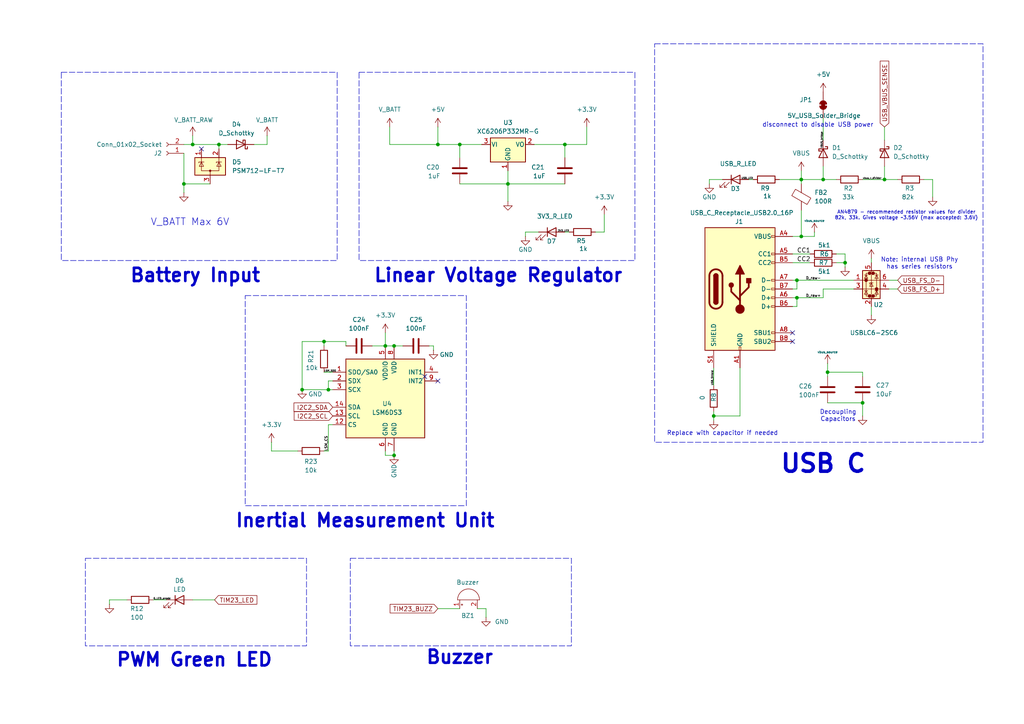
<source format=kicad_sch>
(kicad_sch (version 20231120) (generator "eeschema") (generator_version "8.0")
  (paper "A4")
  (lib_symbols
    (symbol "Connector:Conn_01x02_Socket" (pin_names (offset 1.016) hide)
      (property "Reference" "J" (at 0 2.54 0))
      (property "Value" "Conn_01x02_Socket" (at 0 -5.08 0))
      (symbol "Conn_01x02_Socket_1_1"
        (arc (start 0 -2.032) (mid -0.5058 -2.54) (end 0 -3.048) (stroke (width 0.1524)))
        (polyline (pts (xy -1.27 -2.54) (xy -0.508 -2.54)) (stroke (width 0.1524)))
        (polyline (pts (xy -1.27 0) (xy -0.508 0)) (stroke (width 0.1524)))
        (arc (start 0 0.508) (mid -0.5058 0) (end 0 -0.508) (stroke (width 0.1524)))
        (pin passive line (at -5.08 0 0) (length 3.81) (name "Pin_1") (number "1"))
        (pin passive line (at -5.08 -2.54 0) (length 3.81) (name "Pin_2") (number "2"))
      )
    )
    (symbol "Connector:USB_C_Receptacle_USB2.0_16P" (pin_names (offset 1.016))
      (property "Reference" "J" (at 0 22.225 0))
      (property "Value" "USB_C_Receptacle_USB2.0_16P" (at 0 19.685 0))
      (symbol "USB_C_Receptacle_USB2.0_16P_0_0"
        (rectangle (start -0.254 -17.78) (end 0.254 -16.764))
        (rectangle (start 10.16 -14.986) (end 9.144 -15.494))
        (rectangle (start 10.16 -12.446) (end 9.144 -12.954))
        (rectangle (start 10.16 -4.826) (end 9.144 -5.334))
        (rectangle (start 10.16 -2.286) (end 9.144 -2.794))
        (rectangle (start 10.16 0.254) (end 9.144 -0.254))
        (rectangle (start 10.16 2.794) (end 9.144 2.286))
        (rectangle (start 10.16 7.874) (end 9.144 7.366))
        (rectangle (start 10.16 10.414) (end 9.144 9.906))
        (rectangle (start 10.16 15.494) (end 9.144 14.986))
      )
      (symbol "USB_C_Receptacle_USB2.0_16P_0_1"
        (rectangle (start -10.16 17.78) (end 10.16 -17.78) (stroke (width 0.254)) (fill (type background)))
        (arc (start -8.89 -3.81) (mid -6.985 -5.7067) (end -5.08 -3.81) (stroke (width 0.508)))
        (arc (start -7.62 -3.81) (mid -6.985 -4.4423) (end -6.35 -3.81) (stroke (width 0.254)))
        (arc (start -7.62 -3.81) (mid -6.985 -4.4423) (end -6.35 -3.81) (stroke (width 0.254)) (fill (type outline)))
        (rectangle (start -7.62 -3.81) (end -6.35 3.81) (stroke (width 0.254)) (fill (type outline)))
        (arc (start -6.35 3.81) (mid -6.985 4.4423) (end -7.62 3.81) (stroke (width 0.254)))
        (arc (start -6.35 3.81) (mid -6.985 4.4423) (end -7.62 3.81) (stroke (width 0.254)) (fill (type outline)))
        (arc (start -5.08 3.81) (mid -6.985 5.7067) (end -8.89 3.81) (stroke (width 0.508)))
        (circle (center -2.54 1.143) (radius 0.635) (stroke (width 0.254)) (fill (type outline)))
        (circle (center 0 -5.842) (radius 1.27) (fill (type outline)))
        (polyline (pts (xy -8.89 -3.81) (xy -8.89 3.81)) (stroke (width 0.508)))
        (polyline (pts (xy -5.08 3.81) (xy -5.08 -3.81)) (stroke (width 0.508)))
        (polyline (pts (xy 0 -5.842) (xy 0 4.318)) (stroke (width 0.508)))
        (polyline (pts (xy 0 -3.302) (xy -2.54 -0.762) (xy -2.54 0.508)) (stroke (width 0.508)))
        (polyline (pts (xy 0 -2.032) (xy 2.54 0.508) (xy 2.54 1.778)) (stroke (width 0.508)))
        (polyline (pts (xy -1.27 4.318) (xy 0 6.858) (xy 1.27 4.318) (xy -1.27 4.318)) (stroke (width 0.254)) (fill (type outline)))
        (rectangle (start 1.905 1.778) (end 3.175 3.048) (stroke (width 0.254)) (fill (type outline)))
      )
      (symbol "USB_C_Receptacle_USB2.0_16P_1_1"
        (pin passive line (at 0 -22.86 90) (length 5.08) (name "GND") (number "A1"))
        (pin passive line (at 0 -22.86 90) (length 5.08) hide (name "GND") (number "A12"))
        (pin passive line (at 15.24 15.24 180) (length 5.08) (name "VBUS") (number "A4"))
        (pin bidirectional line (at 15.24 10.16 180) (length 5.08) (name "CC1") (number "A5"))
        (pin bidirectional line (at 15.24 -2.54 180) (length 5.08) (name "D+") (number "A6"))
        (pin bidirectional line (at 15.24 2.54 180) (length 5.08) (name "D-") (number "A7"))
        (pin bidirectional line (at 15.24 -12.7 180) (length 5.08) (name "SBU1") (number "A8"))
        (pin passive line (at 15.24 15.24 180) (length 5.08) hide (name "VBUS") (number "A9"))
        (pin passive line (at 0 -22.86 90) (length 5.08) hide (name "GND") (number "B1"))
        (pin passive line (at 0 -22.86 90) (length 5.08) hide (name "GND") (number "B12"))
        (pin passive line (at 15.24 15.24 180) (length 5.08) hide (name "VBUS") (number "B4"))
        (pin bidirectional line (at 15.24 7.62 180) (length 5.08) (name "CC2") (number "B5"))
        (pin bidirectional line (at 15.24 -5.08 180) (length 5.08) (name "D+") (number "B6"))
        (pin bidirectional line (at 15.24 0 180) (length 5.08) (name "D-") (number "B7"))
        (pin bidirectional line (at 15.24 -15.24 180) (length 5.08) (name "SBU2") (number "B8"))
        (pin passive line (at 15.24 15.24 180) (length 5.08) hide (name "VBUS") (number "B9"))
        (pin passive line (at -7.62 -22.86 90) (length 5.08) (name "SHIELD") (number "S1"))
      )
    )
    (symbol "Device:Buzzer" (pin_names (offset 0.0254) hide)
      (property "Reference" "BZ" (at 3.81 1.27 0))
      (property "Value" "Buzzer" (at 3.81 -1.27 0))
      (symbol "Buzzer_0_1"
        (arc (start 0 -3.175) (mid 3.1612 0) (end 0 3.175))
        (polyline (pts (xy -1.651 1.905) (xy -1.143 1.905)))
        (polyline (pts (xy -1.397 2.159) (xy -1.397 1.651)))
        (polyline (pts (xy 0 3.175) (xy 0 -3.175)))
      )
      (symbol "Buzzer_1_1"
        (pin passive line (at -2.54 2.54 0) (length 2.54) (name "-") (number "1"))
        (pin passive line (at -2.54 -2.54 0) (length 2.54) (name "+") (number "2"))
      )
    )
    (symbol "Device:C" (pin_numbers hide) (pin_names (offset 0.254))
      (property "Reference" "C" (at 0.635 2.54 0))
      (property "Value" "C" (at 0.635 -2.54 0))
      (symbol "C_0_1"
        (polyline (pts (xy -2.032 -0.762) (xy 2.032 -0.762)) (stroke (width 0.508)))
        (polyline (pts (xy -2.032 0.762) (xy 2.032 0.762)) (stroke (width 0.508)))
      )
      (symbol "C_1_1"
        (pin passive line (at 0 3.81 270) (length 2.794) (name "~") (number "1"))
        (pin passive line (at 0 -3.81 90) (length 2.794) (name "~") (number "2"))
      )
    )
    (symbol "Device:D_Schottky" (pin_numbers hide) (pin_names (offset 1.016) hide)
      (property "Reference" "D" (at 0 2.54 0))
      (property "Value" "D_Schottky" (at 0 -2.54 0))
      (symbol "D_Schottky_0_1"
        (polyline (pts (xy 1.27 0) (xy -1.27 0)))
        (polyline (pts (xy 1.27 1.27) (xy 1.27 -1.27) (xy -1.27 0) (xy 1.27 1.27)) (stroke (width 0.254)))
        (polyline (pts (xy -1.905 0.635) (xy -1.905 1.27) (xy -1.27 1.27) (xy -1.27 -1.27) (xy -0.635 -1.27) (xy -0.635 -0.635)) (stroke (width 0.254)))
      )
      (symbol "D_Schottky_1_1"
        (pin passive line (at -3.81 0 0) (length 2.54) (name "K") (number "1"))
        (pin passive line (at 3.81 0 180) (length 2.54) (name "A") (number "2"))
      )
    )
    (symbol "Device:FerriteBead" (pin_numbers hide) (pin_names (offset 0))
      (property "Reference" "FB" (at -3.81 0.635 90))
      (property "Value" "FerriteBead" (at 3.81 0 90))
      (symbol "FerriteBead_0_1"
        (polyline (pts (xy 0 -1.27) (xy 0 -1.2192)))
        (polyline (pts (xy 0 1.27) (xy 0 1.2954)))
        (polyline (pts (xy -2.7686 0.4064) (xy -1.7018 2.2606) (xy 2.7686 -0.3048) (xy 1.6764 -2.159) (xy -2.7686 0.4064)))
      )
      (symbol "FerriteBead_1_1"
        (pin passive line (at 0 3.81 270) (length 2.54) (name "~") (number "1"))
        (pin passive line (at 0 -3.81 90) (length 2.54) (name "~") (number "2"))
      )
    )
    (symbol "Device:LED" (pin_numbers hide) (pin_names (offset 1.016) hide)
      (property "Reference" "D" (at 0 2.54 0))
      (property "Value" "LED" (at 0 -2.54 0))
      (symbol "LED_0_1"
        (polyline (pts (xy -1.27 -1.27) (xy -1.27 1.27)) (stroke (width 0.254)))
        (polyline (pts (xy -1.27 0) (xy 1.27 0)))
        (polyline (pts (xy 1.27 -1.27) (xy 1.27 1.27) (xy -1.27 0) (xy 1.27 -1.27)) (stroke (width 0.254)))
        (polyline (pts (xy -3.048 -0.762) (xy -4.572 -2.286) (xy -3.81 -2.286) (xy -4.572 -2.286) (xy -4.572 -1.524)))
        (polyline (pts (xy -1.778 -0.762) (xy -3.302 -2.286) (xy -2.54 -2.286) (xy -3.302 -2.286) (xy -3.302 -1.524)))
      )
      (symbol "LED_1_1"
        (pin passive line (at -3.81 0 0) (length 2.54) (name "K") (number "1"))
        (pin passive line (at 3.81 0 180) (length 2.54) (name "A") (number "2"))
      )
    )
    (symbol "Device:R" (pin_numbers hide) (pin_names (offset 0))
      (property "Reference" "R" (at 2.032 0 90))
      (property "Value" "R" (at 0 0 90))
      (symbol "R_0_1"
        (rectangle (start -1.016 -2.54) (end 1.016 2.54) (stroke (width 0.254)))
      )
      (symbol "R_1_1"
        (pin passive line (at 0 3.81 270) (length 1.27) (name "~") (number "1"))
        (pin passive line (at 0 -3.81 90) (length 1.27) (name "~") (number "2"))
      )
    )
    (symbol "Jumper:SolderJumper_2_Bridged" (pin_numbers hide) (pin_names (offset 0) hide) (exclude_from_sim yes) (in_bom no)
      (property "Reference" "JP" (at 0 2.032 0))
      (property "Value" "SolderJumper_2_Bridged" (at 0 -2.54 0))
      (symbol "SolderJumper_2_Bridged_0_1"
        (rectangle (start -0.508 0.508) (end 0.508 -0.508) (fill (type outline)))
        (arc (start -0.254 1.016) (mid -1.2656 0) (end -0.254 -1.016))
        (arc (start -0.254 1.016) (mid -1.2656 0) (end -0.254 -1.016) (fill (type outline)))
        (polyline (pts (xy -0.254 1.016) (xy -0.254 -1.016)))
        (polyline (pts (xy 0.254 1.016) (xy 0.254 -1.016)))
        (arc (start 0.254 -1.016) (mid 1.2656 0) (end 0.254 1.016))
        (arc (start 0.254 -1.016) (mid 1.2656 0) (end 0.254 1.016) (fill (type outline)))
      )
      (symbol "SolderJumper_2_Bridged_1_1"
        (pin passive line (at -3.81 0 0) (length 2.54) (name "A") (number "1"))
        (pin passive line (at 3.81 0 180) (length 2.54) (name "B") (number "2"))
      )
    )
    (symbol "Power_Protection:ESDA5V3L" (pin_names hide)
      (property "Reference" "D" (at 5.715 2.54 0))
      (property "Value" "ESDA5V3L" (at 5.715 0.635 0))
      (symbol "ESDA5V3L_0_0"
        (pin passive line (at 0 -5.08 90) (length 2.54) (name "A") (number "3"))
      )
      (symbol "ESDA5V3L_0_1"
        (rectangle (start -4.445 2.54) (end 4.445 -2.54) (stroke (width 0.254)) (fill (type background)))
        (circle (center 0 -1.27) (radius 0.254) (fill (type outline)))
        (polyline (pts (xy -2.54 2.54) (xy -2.54 1.27)))
        (polyline (pts (xy 0 -1.27) (xy 0 -2.54)))
        (polyline (pts (xy 2.54 2.54) (xy 2.54 1.27)))
        (polyline (pts (xy -3.302 1.016) (xy -3.302 1.27) (xy -1.905 1.27) (xy -1.778 1.27)))
        (polyline (pts (xy -2.54 1.27) (xy -2.54 -1.27) (xy 2.54 -1.27) (xy 2.54 1.27)))
        (polyline (pts (xy -2.54 1.27) (xy -1.905 0) (xy -3.175 0) (xy -2.54 1.27)))
        (polyline (pts (xy 1.778 1.016) (xy 1.778 1.27) (xy 3.175 1.27) (xy 3.302 1.27)))
        (polyline (pts (xy 2.54 1.27) (xy 1.905 0) (xy 3.175 0) (xy 2.54 1.27)))
      )
      (symbol "ESDA5V3L_1_1"
        (pin passive line (at -2.54 5.08 270) (length 2.54) (name "K") (number "1"))
        (pin passive line (at 2.54 5.08 270) (length 2.54) (name "K") (number "2"))
      )
    )
    (symbol "Power_Protection:USBLC6-2SC6" (pin_names hide)
      (property "Reference" "U" (at 0.635 5.715 0))
      (property "Value" "USBLC6-2SC6" (at 0.635 3.81 0))
      (symbol "USBLC6-2SC6_0_0"
        (circle (center -1.524 0) (radius 0.0001) (stroke (width 0.508)))
        (circle (center -0.508 -4.572) (radius 0.0001) (stroke (width 0.508)))
        (circle (center -0.508 2.032) (radius 0.0001) (stroke (width 0.508)))
        (circle (center 0.508 -4.572) (radius 0.0001) (stroke (width 0.508)))
        (circle (center 0.508 2.032) (radius 0.0001) (stroke (width 0.508)))
        (circle (center 1.524 -2.54) (radius 0.0001) (stroke (width 0.508)))
      )
      (symbol "USBLC6-2SC6_0_1"
        (polyline (pts (xy -2.54 -2.54) (xy 2.54 -2.54)))
        (polyline (pts (xy -2.54 0) (xy 2.54 0)))
        (polyline (pts (xy -2.032 -3.048) (xy -1.016 -3.048)))
        (polyline (pts (xy -1.016 1.524) (xy -2.032 1.524)))
        (polyline (pts (xy 1.016 -3.048) (xy 2.032 -3.048)))
        (polyline (pts (xy 1.016 1.524) (xy 2.032 1.524)))
        (polyline (pts (xy -0.508 -1.143) (xy -0.508 -0.762) (xy 0.508 -0.762)))
        (polyline (pts (xy -2.032 0.508) (xy -1.016 0.508) (xy -1.524 1.524) (xy -2.032 0.508)))
        (polyline (pts (xy -1.016 -4.064) (xy -2.032 -4.064) (xy -1.524 -3.048) (xy -1.016 -4.064)))
        (polyline (pts (xy 0.508 -1.778) (xy -0.508 -1.778) (xy 0 -0.762) (xy 0.508 -1.778)))
        (polyline (pts (xy 2.032 -4.064) (xy 1.016 -4.064) (xy 1.524 -3.048) (xy 2.032 -4.064)))
        (polyline (pts (xy 2.032 0.508) (xy 1.016 0.508) (xy 1.524 1.524) (xy 2.032 0.508)))
        (polyline (pts (xy 0 2.54) (xy -0.508 2.032) (xy 0.508 2.032) (xy 0 1.524) (xy 0 -4.064) (xy -0.508 -4.572) (xy 0.508 -4.572) (xy 0 -5.08)))
      )
      (symbol "USBLC6-2SC6_1_1"
        (rectangle (start -2.54 2.794) (end 2.54 -5.334) (stroke (width 0.254)) (fill (type background)))
        (polyline (pts (xy -0.508 2.032) (xy -1.524 2.032) (xy -1.524 -4.572) (xy -0.508 -4.572)))
        (polyline (pts (xy 0.508 -4.572) (xy 1.524 -4.572) (xy 1.524 2.032) (xy 0.508 2.032)))
        (pin passive line (at -5.08 0 0) (length 2.54) (name "I/O1") (number "1"))
        (pin passive line (at 0 -7.62 90) (length 2.54) (name "GND") (number "2"))
        (pin passive line (at -5.08 -2.54 0) (length 2.54) (name "I/O2") (number "3"))
        (pin passive line (at 5.08 -2.54 180) (length 2.54) (name "I/O2") (number "4"))
        (pin passive line (at 0 5.08 270) (length 2.54) (name "VBUS") (number "5"))
        (pin passive line (at 5.08 0 180) (length 2.54) (name "I/O1") (number "6"))
      )
    )
    (symbol "Regulator_Linear:XC6206PxxxMR" (pin_names (offset 0.254))
      (property "Reference" "U" (at -3.81 3.175 0))
      (property "Value" "XC6206PxxxMR" (at 0 3.175 0))
      (symbol "XC6206PxxxMR_0_1"
        (rectangle (start -5.08 1.905) (end 5.08 -5.08) (stroke (width 0.254)) (fill (type background)))
      )
      (symbol "XC6206PxxxMR_1_1"
        (pin power_in line (at 0 -7.62 90) (length 2.54) (name "GND") (number "1"))
        (pin power_out line (at 7.62 0 180) (length 2.54) (name "VO") (number "2"))
        (pin power_in line (at -7.62 0 0) (length 2.54) (name "VI") (number "3"))
      )
    )
    (symbol "Sensor_Motion:LSM6DS3"
      (property "Reference" "U" (at -11.43 15.24 0))
      (property "Value" "LSM6DS3" (at -11.43 12.7 0))
      (symbol "LSM6DS3_0_1"
        (rectangle (start 11.43 11.43) (end -11.43 -11.43) (stroke (width 0.254)) (fill (type background)))
      )
      (symbol "LSM6DS3_1_1"
        (pin bidirectional line (at -15.24 7.62 0) (length 3.81) (name "SDO/SA0") (number "1"))
        (pin no_connect line (at 10.16 -5.08 180) (length 3.81) hide (name "NC") (number "10"))
        (pin no_connect line (at 10.16 -2.54 180) (length 3.81) hide (name "NC") (number "11"))
        (pin input line (at -15.24 -7.62 0) (length 3.81) (name "CS") (number "12"))
        (pin input line (at -15.24 -5.08 0) (length 3.81) (name "SCL") (number "13"))
        (pin bidirectional line (at -15.24 -2.54 0) (length 3.81) (name "SDA") (number "14"))
        (pin bidirectional line (at -15.24 5.08 0) (length 3.81) (name "SDX") (number "2"))
        (pin input line (at -15.24 2.54 0) (length 3.81) (name "SCX") (number "3"))
        (pin output line (at 15.24 7.62 180) (length 3.81) (name "INT1") (number "4"))
        (pin power_in line (at 0 15.24 270) (length 3.81) (name "VDDIO") (number "5"))
        (pin power_in line (at 0 -15.24 90) (length 3.81) (name "GND") (number "6"))
        (pin power_in line (at 2.54 -15.24 90) (length 3.81) (name "GND") (number "7"))
        (pin power_in line (at 2.54 15.24 270) (length 3.81) (name "VDD") (number "8"))
        (pin output line (at 15.24 5.08 180) (length 3.81) (name "INT2") (number "9"))
      )
    )
    (symbol "power:+3.3V" (power) (pin_numbers hide) (pin_names (offset 0) hide)
      (property "Value" "+3.3V" (at 0 3.556 0))
      (symbol "+3.3V_0_1"
        (polyline (pts (xy -0.762 1.27) (xy 0 2.54)))
        (polyline (pts (xy 0 0) (xy 0 2.54)))
        (polyline (pts (xy 0 2.54) (xy 0.762 1.27)))
      )
      (symbol "+3.3V_1_1"
        (pin power_in line (at 0 0 90) (length 0) (name "~") (number "1"))
      )
    )
    (symbol "power:+5V" (power) (pin_numbers hide) (pin_names (offset 0) hide)
      (property "Value" "+5V" (at 0 3.556 0))
      (symbol "+5V_0_1"
        (polyline (pts (xy -0.762 1.27) (xy 0 2.54)))
        (polyline (pts (xy 0 0) (xy 0 2.54)))
        (polyline (pts (xy 0 2.54) (xy 0.762 1.27)))
      )
      (symbol "+5V_1_1"
        (pin power_in line (at 0 0 90) (length 0) (name "~") (number "1"))
      )
    )
    (symbol "power:GND" (power) (pin_numbers hide) (pin_names (offset 0) hide)
      (property "Value" "GND" (at 0 -3.81 0))
      (symbol "GND_0_1"
        (polyline (pts (xy 0 0) (xy 0 -1.27) (xy 1.27 -1.27) (xy 0 -2.54) (xy -1.27 -1.27) (xy 0 -1.27)))
      )
      (symbol "GND_1_1"
        (pin power_in line (at 0 0 270) (length 0) (name "~") (number "1"))
      )
    )
  )
  (junction (at 63.5 41.91))
  (junction (at 55.88 41.91))
  (junction (at 114.3 132.08))
  (junction (at 245.11 76.2))
  (junction (at 207.01 120.65))
  (junction (at 133.35 41.91))
  (junction (at 87.63 113.03))
  (junction (at 231.14 86.36))
  (junction (at 53.34 53.34))
  (junction (at 232.41 68.58))
  (junction (at 95.25 113.03))
  (junction (at 111.76 100.33))
  (junction (at 250.19 116.84))
  (junction (at 238.76 52.07))
  (junction (at 114.3 100.33))
  (junction (at 127 41.91))
  (junction (at 93.98 99.06))
  (junction (at 231.14 81.28))
  (junction (at 256.54 52.07))
  (junction (at 163.83 41.91))
  (junction (at 147.32 53.34))
  (junction (at 232.41 52.07))
  (junction (at 240.03 107.95))
  (no_connect (at 123.19 109.22))
  (no_connect (at 229.87 96.52))
  (no_connect (at 127 110.49))
  (no_connect (at 229.87 99.06))
  (no_connect (at 58.42 43.18))
  (wire (pts (xy 236.22 67.31) (xy 236.22 68.58)))
  (wire (pts (xy 111.76 130.81) (xy 111.76 132.08)))
  (wire (pts (xy 63.5 41.91) (xy 63.5 43.18)))
  (wire (pts (xy 133.35 41.91) (xy 127 41.91)))
  (wire (pts (xy 55.88 41.91) (xy 63.5 41.91)))
  (wire (pts (xy 87.63 113.03) (xy 95.25 113.03)))
  (wire (pts (xy 172.72 67.31) (xy 175.26 67.31)))
  (wire (pts (xy 232.41 49.53) (xy 232.41 52.07)))
  (wire (pts (xy 270.51 52.07) (xy 270.51 57.15)))
  (wire (pts (xy 95.25 113.03) (xy 96.52 113.03)))
  (wire (pts (xy 242.57 73.66) (xy 245.11 73.66)))
  (wire (pts (xy 240.03 107.95) (xy 240.03 109.22)))
  (wire (pts (xy 231.14 86.36) (xy 229.87 86.36)))
  (wire (pts (xy 53.34 41.91) (xy 55.88 41.91)))
  (wire (pts (xy 256.54 52.07) (xy 260.35 52.07)))
  (wire (pts (xy 260.35 81.28) (xy 257.81 81.28)))
  (wire (pts (xy 53.34 53.34) (xy 60.96 53.34)))
  (wire (pts (xy 238.76 48.26) (xy 238.76 52.07)))
  (wire (pts (xy 175.26 62.23) (xy 175.26 67.31)))
  (wire (pts (xy 231.14 81.28) (xy 229.87 81.28)))
  (wire (pts (xy 63.5 41.91) (xy 66.04 41.91)))
  (wire (pts (xy 229.87 83.82) (xy 231.14 83.82)))
  (wire (pts (xy 207.01 106.68) (xy 207.01 111.76)))
  (wire (pts (xy 95.25 110.49) (xy 95.25 113.03)))
  (wire (pts (xy 93.98 99.06) (xy 93.98 100.33)))
  (wire (pts (xy 55.88 39.37) (xy 55.88 41.91)))
  (wire (pts (xy 231.14 81.28) (xy 247.65 81.28)))
  (wire (pts (xy 133.35 53.34) (xy 147.32 53.34)))
  (wire (pts (xy 232.41 52.07) (xy 238.76 52.07)))
  (wire (pts (xy 44.45 173.99) (xy 48.26 173.99)))
  (wire (pts (xy 87.63 113.03) (xy 87.63 99.06)))
  (wire (pts (xy 133.35 41.91) (xy 133.35 45.72)))
  (wire (pts (xy 152.4 67.31) (xy 152.4 68.58)))
  (wire (pts (xy 245.11 73.66) (xy 245.11 76.2)))
  (wire (pts (xy 93.98 107.95) (xy 96.52 107.95)))
  (wire (pts (xy 78.74 130.81) (xy 78.74 128.27)))
  (wire (pts (xy 73.66 41.91) (xy 77.47 41.91)))
  (wire (pts (xy 125.73 100.33) (xy 125.73 101.6)))
  (wire (pts (xy 77.47 41.91) (xy 77.47 39.37)))
  (wire (pts (xy 163.83 67.31) (xy 165.1 67.31)))
  (wire (pts (xy 31.75 173.99) (xy 36.83 173.99)))
  (wire (pts (xy 232.41 52.07) (xy 232.41 53.34)))
  (wire (pts (xy 116.84 100.33) (xy 114.3 100.33)))
  (wire (pts (xy 207.01 119.38) (xy 207.01 120.65)))
  (wire (pts (xy 140.97 179.07) (xy 140.97 176.53)))
  (wire (pts (xy 217.17 52.07) (xy 218.44 52.07)))
  (wire (pts (xy 95.25 123.19) (xy 96.52 123.19)))
  (wire (pts (xy 238.76 86.36) (xy 238.76 83.82)))
  (wire (pts (xy 100.33 99.06) (xy 100.33 100.33)))
  (wire (pts (xy 87.63 99.06) (xy 93.98 99.06)))
  (wire (pts (xy 260.35 83.82) (xy 257.81 83.82)))
  (wire (pts (xy 245.11 76.2) (xy 242.57 76.2)))
  (wire (pts (xy 232.41 60.96) (xy 232.41 68.58)))
  (wire (pts (xy 238.76 52.07) (xy 242.57 52.07)))
  (wire (pts (xy 252.73 74.93) (xy 252.73 76.2)))
  (wire (pts (xy 270.51 52.07) (xy 267.97 52.07)))
  (wire (pts (xy 214.63 106.68) (xy 214.63 120.65)))
  (wire (pts (xy 31.75 173.99) (xy 31.75 175.26)))
  (wire (pts (xy 53.34 53.34) (xy 53.34 55.88)))
  (wire (pts (xy 163.83 41.91) (xy 170.18 41.91)))
  (wire (pts (xy 113.03 41.91) (xy 127 41.91)))
  (wire (pts (xy 240.03 105.41) (xy 240.03 107.95)))
  (wire (pts (xy 139.7 41.91) (xy 133.35 41.91)))
  (wire (pts (xy 107.95 100.33) (xy 111.76 100.33)))
  (wire (pts (xy 252.73 88.9) (xy 252.73 91.44)))
  (wire (pts (xy 238.76 34.29) (xy 238.76 40.64)))
  (wire (pts (xy 147.32 49.53) (xy 147.32 53.34)))
  (wire (pts (xy 114.3 130.81) (xy 114.3 132.08)))
  (wire (pts (xy 140.97 176.53) (xy 138.43 176.53)))
  (wire (pts (xy 250.19 116.84) (xy 250.19 120.65)))
  (wire (pts (xy 209.55 52.07) (xy 205.74 52.07)))
  (wire (pts (xy 256.54 36.83) (xy 256.54 40.64)))
  (wire (pts (xy 95.25 110.49) (xy 96.52 110.49)))
  (wire (pts (xy 229.87 73.66) (xy 234.95 73.66)))
  (wire (pts (xy 125.73 100.33) (xy 124.46 100.33)))
  (wire (pts (xy 95.25 130.81) (xy 95.25 123.19)))
  (wire (pts (xy 147.32 53.34) (xy 147.32 58.42)))
  (wire (pts (xy 240.03 107.95) (xy 250.19 107.95)))
  (wire (pts (xy 111.76 100.33) (xy 114.3 100.33)))
  (wire (pts (xy 163.83 41.91) (xy 163.83 45.72)))
  (wire (pts (xy 229.87 88.9) (xy 231.14 88.9)))
  (wire (pts (xy 147.32 53.34) (xy 163.83 53.34)))
  (wire (pts (xy 250.19 107.95) (xy 250.19 109.22)))
  (wire (pts (xy 205.74 52.07) (xy 205.74 53.34)))
  (wire (pts (xy 207.01 120.65) (xy 214.63 120.65)))
  (wire (pts (xy 154.94 41.91) (xy 163.83 41.91)))
  (wire (pts (xy 93.98 99.06) (xy 100.33 99.06)))
  (wire (pts (xy 156.21 67.31) (xy 152.4 67.31)))
  (wire (pts (xy 231.14 86.36) (xy 238.76 86.36)))
  (wire (pts (xy 226.06 52.07) (xy 232.41 52.07)))
  (wire (pts (xy 62.23 173.99) (xy 55.88 173.99)))
  (wire (pts (xy 256.54 48.26) (xy 256.54 52.07)))
  (wire (pts (xy 111.76 132.08) (xy 114.3 132.08)))
  (wire (pts (xy 93.98 130.81) (xy 95.25 130.81)))
  (wire (pts (xy 86.36 130.81) (xy 78.74 130.81)))
  (wire (pts (xy 229.87 68.58) (xy 232.41 68.58)))
  (wire (pts (xy 53.34 44.45) (xy 53.34 53.34)))
  (wire (pts (xy 127 176.53) (xy 133.35 176.53)))
  (wire (pts (xy 229.87 76.2) (xy 234.95 76.2)))
  (wire (pts (xy 127 36.83) (xy 127 41.91)))
  (wire (pts (xy 238.76 83.82) (xy 247.65 83.82)))
  (wire (pts (xy 207.01 120.65) (xy 207.01 121.92)))
  (wire (pts (xy 250.19 52.07) (xy 256.54 52.07)))
  (wire (pts (xy 111.76 96.52) (xy 111.76 100.33)))
  (wire (pts (xy 231.14 83.82) (xy 231.14 81.28)))
  (wire (pts (xy 232.41 68.58) (xy 236.22 68.58)))
  (wire (pts (xy 170.18 36.83) (xy 170.18 41.91)))
  (wire (pts (xy 245.11 77.47) (xy 245.11 76.2)))
  (wire (pts (xy 240.03 116.84) (xy 250.19 116.84)))
  (wire (pts (xy 231.14 88.9) (xy 231.14 86.36)))
  (wire (pts (xy 113.03 36.83) (xy 113.03 41.91)))
  (rectangle (start 17.78 20.955) (end 97.79 75.565) (stroke (width 0) (type dash)))
  (rectangle (start 101.6 161.925) (end 165.735 187.325) (stroke (width 0) (type dash)))
  (rectangle (start 24.765 161.925) (end 88.9 187.325) (stroke (width 0) (type dash)))
  (rectangle (start 104.14 20.955) (end 184.15 75.565) (stroke (width 0) (type dash)))
  (rectangle (start 71.12 85.725) (end 135.255 146.685) (stroke (width 0) (type dash)))
  (rectangle (start 189.865 12.7) (end 285.115 128.27) (stroke (width 0) (type dash)))
  (text "PWM Green LED" (at 56.388 191.516 0) (effects (font (size 3.81 3.81) (thickness 0.762) (bold yes))))
  (text "Battery Input" (at 56.642 80.01 0) (effects (font (size 3.81 3.81) (thickness 0.762) (bold yes))))
  (text "V_BATT Max 6V" (at 55.118 64.516 0) (effects (font (size 2.032 2.032))))
  (text "Linear Voltage Regulator" (at 144.526 80.01 0) (effects (font (size 3.81 3.81) (thickness 0.762) (bold yes))))
  (text "Replace with capacitor if needed" (at 209.55 125.73 0) (effects (font (size 1.27 1.27))))
  (text "AN4879 - recommended resistor values for divider\n82k, 33k. Gives voltage ~3.56V (max accepted: 3.6V)" (at 262.89 62.484 0) (effects (font (size 1.016 1.016))))
  (text "Decoupling\nCapacitors" (at 243.078 120.65 0) (effects (font (size 1.27 1.27))))
  (text "Buzzer" (at 133.35 190.754 0) (effects (font (size 3.81 3.81) (thickness 0.762) (bold yes))))
  (text "disconnect to disable USB power" (at 237.236 36.322 0) (effects (font (size 1.27 1.27))))
  (text "Inertial Measurement Unit" (at 105.918 151.13 0) (effects (font (size 3.81 3.81) (thickness 0.762) (bold yes))))
  (text "Note: internal USB Phy\nhas series resistors" (at 266.7 76.454 0) (effects (font (size 1.27 1.27))))
  (text "USB C" (at 238.76 134.62 0) (effects (font (size 5.08 5.08) (thickness 1.016) (bold yes))))
  (label "G_LED_anode" (at 44.45 173.99 0) (effects (font (size 0.508 0.508))))
  (label "USB_Shield" (at 207.01 111.76 90) (effects (font (size 0.508 0.508))))
  (label "3V3_LED" (at 165.1 67.31 180) (effects (font (size 0.508 0.508))))
  (label "CC2" (at 231.14 76.2 0))
  (label "VBUS_bridge" (at 238.76 38.1 270) (effects (font (size 0.508 0.508))))
  (label "USB_LED" (at 218.44 52.07 180) (effects (font (size 0.508 0.508))))
  (label "vbus_r_divider" (at 250.19 52.07 0) (effects (font (size 0.508 0.508))))
  (label "LSM_CS" (at 95.25 130.81 90) (effects (font (size 0.762 0.762))))
  (label "CC1" (at 231.14 73.66 0))
  (label "D_raw-" (at 233.68 81.28 0) (effects (font (size 0.762 0.762))))
  (label "D_raw+" (at 233.68 86.36 0) (effects (font (size 0.762 0.762))))
  (label "LSM_SDO" (at 93.98 107.95 0) (effects (font (size 0.508 0.508))))
  (global_label "I2C2_SCL" (shape input) (at 96.52 120.65 180) (property "Intersheetrefs" "${INTERSHEET_REFS}" (effects (hide yes))))
  (global_label "USB_VBUS_SENSE" (shape input) (at 256.54 36.83 90) (property "Intersheetrefs" "${INTERSHEET_REFS}" (effects (hide yes))))
  (global_label "USB_FS_D+" (shape input) (at 260.35 83.82 0) (property "Intersheetrefs" "${INTERSHEET_REFS}" (effects (hide yes))))
  (global_label "I2C2_SDA" (shape input) (at 96.52 118.11 180) (property "Intersheetrefs" "${INTERSHEET_REFS}" (effects (hide yes))))
  (global_label "USB_FS_D-" (shape input) (at 260.35 81.28 0) (property "Intersheetrefs" "${INTERSHEET_REFS}" (effects (hide yes))))
  (global_label "TIM23_BUZZ" (shape input) (at 127 176.53 180) (property "Intersheetrefs" "${INTERSHEET_REFS}" (effects (hide yes))))
  (global_label "TIM23_LED" (shape input) (at 62.23 173.99 0) (property "Intersheetrefs" "${INTERSHEET_REFS}" (effects (hide yes))))
  (symbol (lib_id "Device:R") (at 207.01 115.57 0) (unit 1)
    (property "Reference" "R8" (at 207.01 116.586 90) (effects (justify left)))
    (property "Value" "0" (at 203.708 116.078 90) (effects (justify left)))
    (property "Footprint" "Resistor_SMD:R_0603_1608Metric" (effects (hide yes)))
    (property "Description" "Resistor" (effects (hide yes)))
    (property "LCSC PN" "C21189" (effects (hide yes)))
  )
  (symbol (lib_id "power:GND") (at 205.74 53.34 0) (unit 1)
    (property "Reference" "#PWR31" (effects (hide yes)))
    (property "Value" "GND" (at 205.74 57.15 0))
  )
  (symbol (lib_id "Device:R") (at 264.16 52.07 90) (unit 1)
    (property "Reference" "R3" (at 265.176 54.61 90) (effects (justify left)))
    (property "Value" "82k" (at 265.176 57.15 90) (effects (justify left)))
    (property "Footprint" "Resistor_SMD:R_0603_1608Metric" (effects (hide yes)))
    (property "Description" "Resistor" (effects (hide yes)))
    (property "LCSC PN" "C23254" (effects (hide yes)))
  )
  (symbol (lib_id "Device:R") (at 90.17 130.81 90) (unit 1)
    (property "Reference" "R23" (at 90.17 133.858 90))
    (property "Value" "10k" (at 90.17 136.398 90))
    (property "Footprint" "Resistor_SMD:R_0402_1005Metric" (effects (hide yes)))
    (property "Description" "Resistor" (effects (hide yes)))
    (property "LCSC PN" "C25744" (effects (hide yes)))
  )
  (symbol (lib_id "power:GND") (at 147.32 58.42 0) (unit 1)
    (property "Reference" "#PWR36" (effects (hide yes)))
    (property "Value" "GND" (effects (hide yes)))
    (property "Description" "Power symbol creates a global label with name \"GND\" , ground" (effects (hide yes)))
  )
  (symbol (lib_id "Device:C") (at 133.35 49.53 180) (unit 1)
    (property "Reference" "C20" (at 127.508 48.514 0) (effects (justify left)))
    (property "Value" "1uF" (at 127.762 51.054 0) (effects (justify left)))
    (property "Footprint" "Capacitor_SMD:C_0402_1005Metric" (effects (hide yes)))
    (property "Description" "Unpolarized capacitor" (effects (hide yes)))
    (property "LCSC PN" "C52923" (effects (hide yes)))
  )
  (symbol (lib_id "Device:FerriteBead") (at 232.41 57.15 0) (unit 1)
    (property "Reference" "FB2" (at 236.22 55.8291 0) (effects (justify left)))
    (property "Value" "100R" (at 236.22 58.3691 0) (effects (justify left)))
    (property "Footprint" "Resistor_SMD:R_0805_2012Metric" (effects (hide yes)))
    (property "Description" "Ferrite bead" (effects (hide yes)))
    (property "LCSC PN" "C1015" (effects (hide yes)))
  )
  (symbol (lib_id "Device:R") (at 40.64 173.99 90) (unit 1)
    (property "Reference" "R12" (at 41.656 176.53 90) (effects (justify left)))
    (property "Value" "100" (at 41.656 179.07 90) (effects (justify left)))
    (property "Footprint" "Resistor_SMD:R_0402_1005Metric" (effects (hide yes)))
    (property "Description" "Resistor" (effects (hide yes)))
    (property "LCSC PN" "C25076" (effects (hide yes)))
  )
  (symbol (lib_id "Device:D_Schottky") (at 256.54 44.45 270) (unit 1)
    (property "Reference" "D2" (at 259.08 42.8624 90) (effects (justify left)))
    (property "Value" "D_Schottky" (at 259.08 45.4024 90) (effects (justify left)))
    (property "Footprint" "Diode_SMD:D_SOD-323" (effects (hide yes)))
    (property "Description" "Schottky diode" (effects (hide yes)))
    (property "LCSC PN" "C191023" (effects (hide yes)))
  )
  (symbol (lib_id "Device:R") (at 168.91 67.31 90) (unit 1)
    (property "Reference" "R5" (at 169.926 69.85 90) (effects (justify left)))
    (property "Value" "1k" (at 170.434 72.136 90) (effects (justify left)))
    (property "Footprint" "Resistor_SMD:R_0603_1608Metric" (effects (hide yes)))
    (property "Description" "Resistor" (effects (hide yes)))
    (property "LCSC PN" "C21190" (effects (hide yes)))
  )
  (symbol (lib_id "power:+3.3V") (at 78.74 128.27 0) (unit 1)
    (property "Reference" "#PWR63" (effects (hide yes)))
    (property "Value" "+3.3V" (at 78.74 123.19 0))
    (property "Description" "Power symbol creates a global label with name \"+3.3V\"" (effects (hide yes)))
  )
  (symbol (lib_id "power:GND") (at 250.19 120.65 0) (unit 1)
    (property "Reference" "#PWR33" (effects (hide yes)))
    (property "Value" "GND" (effects (hide yes)))
    (property "Description" "Power symbol creates a global label with name \"GND\" , ground" (effects (hide yes)))
  )
  (symbol (lib_id "Power_Protection:ESDA5V3L") (at 60.96 48.26 0) (unit 1)
    (property "Reference" "D5" (at 67.31 46.9899 0) (effects (justify left)))
    (property "Value" "PSM712-LF-T7" (at 67.31 49.5299 0) (effects (justify left)))
    (property "Footprint" "Package_TO_SOT_SMD:SOT-23-3" (effects (hide yes)))
    (property "Description" "19V 13.3V 12V SOT-23 ESD and Surge Protection (TVS/ESD) ROHS" (effects (hide yes)))
    (property "LCSC PN" "C32677" (effects (hide yes)))
  )
  (symbol (lib_id "Device:R") (at 238.76 73.66 270) (unit 1)
    (property "Reference" "R6" (at 237.744 73.66 90) (effects (justify left)))
    (property "Value" "5k1" (at 237.236 78.74 90) (effects (justify left)))
    (property "Footprint" "Resistor_SMD:R_0603_1608Metric" (effects (hide yes)))
    (property "Description" "Resistor" (effects (hide yes)))
    (property "LCSC PN" "C23186" (effects (hide yes)))
  )
  (symbol (lib_id "power:+3.3V") (at 170.18 36.83 0) (unit 1)
    (property "Reference" "#PWR58" (effects (hide yes)))
    (property "Value" "+3.3V" (at 170.18 31.75 0))
    (property "Description" "Power symbol creates a global label with name \"+3.3V\"" (effects (hide yes)))
  )
  (symbol (lib_id "power:GND") (at 252.73 91.44 0) (unit 1)
    (property "Reference" "#PWR28" (effects (hide yes)))
    (property "Value" "GND" (effects (hide yes)))
    (property "Description" "Power symbol creates a global label with name \"GND\" , ground" (effects (hide yes)))
  )
  (symbol (lib_id "power:+5V") (at 252.73 74.93 0) (unit 1)
    (property "Reference" "#PWR30" (effects (hide yes)))
    (property "Value" "VBUS" (at 252.73 69.85 0))
    (property "Description" "Power symbol creates a global label with name \"+5V\"" (effects (hide yes)))
  )
  (symbol (lib_id "Device:C") (at 120.65 100.33 90) (unit 1)
    (property "Reference" "C25" (at 120.65 92.71 90))
    (property "Value" "100nF" (at 120.65 95.25 90))
    (property "Footprint" "Capacitor_SMD:C_0402_1005Metric" (effects (hide yes)))
    (property "Description" "Unpolarized capacitor" (effects (hide yes)))
    (property "LCSC PN" "C1525" (effects (hide yes)))
  )
  (symbol (lib_id "power:GND") (at 207.01 121.92 0) (unit 1)
    (property "Reference" "#PWR26" (effects (hide yes)))
    (property "Value" "GND" (effects (hide yes)))
    (property "Description" "Power symbol creates a global label with name \"GND\" , ground" (effects (hide yes)))
  )
  (symbol (lib_id "Jumper:SolderJumper_2_Bridged") (at 238.76 30.48 90) (unit 1) (exclude_from_sim yes) (in_bom no)
    (property "Reference" "JP1" (at 231.902 28.956 90) (effects (justify right)))
    (property "Value" "5V_USB_Solder_Bridge" (at 228.346 33.528 90) (effects (justify right)))
    (property "Footprint" "Jumper:SolderJumper-2_P1.3mm_Bridged_RoundedPad1.0x1.5mm" (effects (hide yes)))
    (property "Description" "Solder Jumper, 2-pole, closed/bridged" (effects (hide yes)))
  )
  (symbol (lib_id "power:+3.3V") (at 175.26 62.23 0) (unit 1)
    (property "Reference" "#PWR59" (effects (hide yes)))
    (property "Value" "+3.3V" (at 175.26 57.15 0))
    (property "Description" "Power symbol creates a global label with name \"+3.3V\"" (effects (hide yes)))
  )
  (symbol (lib_id "power:GND") (at 245.11 77.47 0) (unit 1)
    (property "Reference" "#PWR25" (effects (hide yes)))
    (property "Value" "GND" (effects (hide yes)))
    (property "Description" "Power symbol creates a global label with name \"GND\" , ground" (effects (hide yes)))
  )
  (symbol (lib_id "Sensor_Motion:LSM6DS3") (at 111.76 115.57 0) (unit 1)
    (property "Reference" "U4" (at 112.268 117.094 0))
    (property "Value" "LSM6DS3" (at 112.268 119.634 0))
    (property "Footprint" "Package_LGA:LGA-14_3x2.5mm_P0.5mm_LayoutBorder3x4y" (effects (hide yes)))
    (property "Datasheet" "www.st.com/resource/en/datasheet/lsm6ds3.pdf" (effects (hide yes)))
    (property "LCSC PN" "C95230" (effects (hide yes)))
  )
  (symbol (lib_id "power:GND") (at 125.73 101.6 0) (unit 1)
    (property "Reference" "#PWR62" (effects (hide yes)))
    (property "Value" "GND" (at 127.508 102.87 0) (effects (justify left)))
  )
  (symbol (lib_id "power:+5V") (at 127 36.83 0) (unit 1)
    (property "Reference" "#PWR35" (effects (hide yes)))
    (property "Value" "+5V" (at 127 31.75 0))
    (property "Description" "Power symbol creates a global label with name \"+5V\"" (effects (hide yes)))
  )
  (symbol (lib_id "Device:R") (at 93.98 104.14 180) (unit 1)
    (property "Reference" "R21" (at 90.17 103.378 90))
    (property "Value" "10k" (at 90.424 106.68 0))
    (property "Footprint" "Resistor_SMD:R_0402_1005Metric" (effects (hide yes)))
    (property "Description" "Resistor" (effects (hide yes)))
    (property "LCSC PN" "C25744" (effects (hide yes)))
  )
  (symbol (lib_id "Device:C") (at 163.83 49.53 180) (unit 1)
    (property "Reference" "C21" (at 157.988 48.514 0) (effects (justify left)))
    (property "Value" "1uF" (at 158.242 51.054 0) (effects (justify left)))
    (property "Footprint" "Capacitor_SMD:C_0402_1005Metric" (effects (hide yes)))
    (property "Description" "Unpolarized capacitor" (effects (hide yes)))
    (property "LCSC PN" "C52923" (effects (hide yes)))
  )
  (symbol (lib_id "power:+5V") (at 238.76 26.67 0) (unit 1)
    (property "Reference" "#PWR19" (effects (hide yes)))
    (property "Value" "+5V" (at 238.76 21.59 0))
    (property "Description" "Power symbol creates a global label with name \"+5V\"" (effects (hide yes)))
  )
  (symbol (lib_id "power:GND") (at 140.97 179.07 0) (unit 1)
    (property "Reference" "#PWR38" (effects (hide yes)))
    (property "Value" "GND" (at 143.51 180.3399 0) (effects (justify left)))
  )
  (symbol (lib_id "Device:LED") (at 52.07 173.99 0) (unit 1)
    (property "Reference" "D6" (at 52.07 168.402 0))
    (property "Value" "LED" (at 52.07 170.942 0))
    (property "Footprint" "LED_SMD:LED_0805_2012Metric" (effects (hide yes)))
    (property "Description" "Light emitting diode" (effects (hide yes)))
    (property "LCSC PN" "C2297" (effects (hide yes)))
  )
  (symbol (lib_id "power:+5V") (at 77.47 39.37 0) (unit 1)
    (property "Reference" "#PWR32" (effects (hide yes)))
    (property "Value" "V_BATT" (at 77.47 34.798 0))
    (property "Description" "Power symbol creates a global label with name \"+5V\"" (effects (hide yes)))
  )
  (symbol (lib_id "power:+5V") (at 55.88 39.37 0) (unit 1)
    (property "Reference" "#PWR23" (effects (hide yes)))
    (property "Value" "V_BATT_RAW" (at 56.134 34.798 0))
    (property "Description" "Power symbol creates a global label with name \"+5V\"" (effects (hide yes)))
  )
  (symbol (lib_id "power:+3.3V") (at 111.76 96.52 0) (unit 1)
    (property "Reference" "#PWR64" (effects (hide yes)))
    (property "Value" "+3.3V" (at 111.76 91.44 0))
    (property "Description" "Power symbol creates a global label with name \"+3.3V\"" (effects (hide yes)))
  )
  (symbol (lib_id "Device:R") (at 246.38 52.07 90) (unit 1)
    (property "Reference" "R2" (at 247.396 54.61 90) (effects (justify left)))
    (property "Value" "33k" (at 247.904 57.15 90) (effects (justify left)))
    (property "Footprint" "Resistor_SMD:R_0603_1608Metric" (effects (hide yes)))
    (property "Description" "Resistor" (effects (hide yes)))
    (property "LCSC PN" "C4216" (effects (hide yes)))
  )
  (symbol (lib_id "Device:R") (at 238.76 76.2 270) (unit 1)
    (property "Reference" "R7" (at 237.49 76.2 90) (effects (justify left)))
    (property "Value" "5k1" (at 237.236 71.12 90) (effects (justify left)))
    (property "Footprint" "Resistor_SMD:R_0603_1608Metric" (effects (hide yes)))
    (property "Description" "Resistor" (effects (hide yes)))
    (property "LCSC PN" "C23186" (effects (hide yes)))
  )
  (symbol (lib_id "Regulator_Linear:XC6206PxxxMR") (at 147.32 41.91 0) (unit 1)
    (property "Reference" "U3" (at 147.32 35.56 0))
    (property "Value" "XC6206P332MR-G" (at 147.32 38.1 0))
    (property "Footprint" "Package_TO_SOT_SMD:SOT-23-3" (effects (hide yes)))
    (property "Datasheet" "https://www.torexsemi.com/file/xc6206/XC6206.pdf" (effects (hide yes)))
    (property "Description" "Positive 60-250mA Low Dropout Regulator, Fixed Output, SOT-23" (effects (hide yes)))
    (property "LCSC PN" "C5446" (effects (hide yes)))
  )
  (symbol (lib_id "Connector:USB_C_Receptacle_USB2.0_16P") (at 214.63 83.82 0) (unit 1)
    (property "Reference" "J1" (at 214.376 64.262 0))
    (property "Value" "USB_C_Receptacle_USB2.0_16P" (at 215.138 61.722 0))
    (property "Footprint" "Connector_USB:USB_C_Receptacle_G-Switch_GT-USB-7010ASV" (effects (hide yes)))
    (property "Datasheet" "https://www.usb.org/sites/default/files/documents/usb_type-c.zip" (effects (hide yes)))
    (property "Description" "USB 2.0-only 16P Type-C Receptacle connector" (effects (hide yes)))
    (property "LCSC PN" "C2988369" (effects (hide yes)))
  )
  (symbol (lib_id "power:GND") (at 53.34 55.88 0) (unit 1)
    (property "Reference" "#PWR21" (effects (hide yes)))
    (property "Value" "GND" (effects (hide yes)))
    (property "Description" "Power symbol creates a global label with name \"GND\" , ground" (effects (hide yes)))
  )
  (symbol (lib_id "power:GND") (at 31.75 175.26 0) (unit 1)
    (property "Reference" "#PWR42" (effects (hide yes)))
    (property "Value" "GND" (effects (hide yes)))
    (property "Description" "Power symbol creates a global label with name \"GND\" , ground" (effects (hide yes)))
  )
  (symbol (lib_id "Device:D_Schottky") (at 69.85 41.91 180) (unit 1)
    (property "Reference" "D4" (at 68.58 36.068 0))
    (property "Value" "D_Schottky" (at 68.58 38.608 0))
    (property "Footprint" "Diode_SMD:D_SOD-323" (effects (hide yes)))
    (property "Description" "Schottky diode" (effects (hide yes)))
    (property "LCSC PN" "C191023" (effects (hide yes)))
  )
  (symbol (lib_id "Connector:Conn_01x02_Socket") (at 48.26 44.45 180) (unit 1)
    (property "Reference" "J2" (at 46.99 44.4501 0) (effects (justify left)))
    (property "Value" "Conn_01x02_Socket" (at 46.99 41.9101 0) (effects (justify left)))
    (property "Footprint" "Connector_JST:JST_PH_B2B-PH-K_1x02_P2.00mm_Vertical" (effects (hide yes)))
    (property "Description" "Generic connector, single row, 01x02, script generated" (effects (hide yes)))
    (property "LCSC PN" "C131337" (effects (hide yes)))
  )
  (symbol (lib_id "Device:C") (at 250.19 113.03 0) (unit 1)
    (property "Reference" "C27" (at 254 111.7599 0) (effects (justify left)))
    (property "Value" "10uF" (at 254 114.2999 0) (effects (justify left)))
    (property "Footprint" "Capacitor_SMD:C_0603_1608Metric" (effects (hide yes)))
    (property "Description" "Unpolarized capacitor" (effects (hide yes)))
    (property "LCSC PN" "C19702" (effects (hide yes)))
  )
  (symbol (lib_id "power:+5V") (at 240.03 105.41 0) (unit 1)
    (property "Reference" "#PWR66" (effects (hide yes)))
    (property "Value" "vbus_source" (at 240.03 102.108 0) (effects (font (size 0.635 0.635))))
    (property "Description" "Power symbol creates a global label with name \"+5V\"" (effects (hide yes)))
  )
  (symbol (lib_id "Device:Buzzer") (at 135.89 173.99 90) (unit 1)
    (property "Reference" "BZ1" (at 137.668 178.562 90) (effects (justify left)))
    (property "Value" "Buzzer" (at 138.938 168.91 90) (effects (justify left)))
    (property "Footprint" "Buzzer:YUEXIN YX-SMD5020" (effects (hide yes)))
    (property "LCSC PN" "C781883" (effects (hide yes)))
  )
  (symbol (lib_id "Device:C") (at 104.14 100.33 90) (unit 1)
    (property "Reference" "C24" (at 104.14 92.71 90))
    (property "Value" "100nF" (at 104.14 95.25 90))
    (property "Footprint" "Capacitor_SMD:C_0402_1005Metric" (effects (hide yes)))
    (property "Description" "Unpolarized capacitor" (effects (hide yes)))
    (property "LCSC PN" "C1525" (effects (hide yes)))
  )
  (symbol (lib_id "power:GND") (at 114.3 132.08 0) (unit 1)
    (property "Reference" "#PWR61" (effects (hide yes)))
    (property "Value" "GND" (at 114.3 138.684 90) (effects (justify left)))
  )
  (symbol (lib_id "Device:LED") (at 160.02 67.31 0) (unit 1)
    (property "Reference" "D7" (at 161.29 69.977 0) (effects (justify right)))
    (property "Value" "3V3_R_LED" (at 166.116 62.738 0) (effects (justify right)))
    (property "Footprint" "LED_SMD:LED_0603_1608Metric" (effects (hide yes)))
    (property "LCSC PN" "C2286" (effects (hide yes)))
  )
  (symbol (lib_id "Device:R") (at 222.25 52.07 90) (unit 1)
    (property "Reference" "R9" (at 223.266 54.61 90) (effects (justify left)))
    (property "Value" "1k" (at 223.774 56.896 90) (effects (justify left)))
    (property "Footprint" "Resistor_SMD:R_0603_1608Metric" (effects (hide yes)))
    (property "Description" "Resistor" (effects (hide yes)))
    (property "LCSC PN" "C21190" (effects (hide yes)))
  )
  (symbol (lib_id "power:GND") (at 152.4 68.58 0) (unit 1)
    (property "Reference" "#PWR52" (effects (hide yes)))
    (property "Value" "GND" (at 152.4 72.39 0))
  )
  (symbol (lib_id "Device:LED") (at 213.36 52.07 0) (unit 1)
    (property "Reference" "D3" (at 214.63 54.737 0) (effects (justify right)))
    (property "Value" "USB_R_LED" (at 219.456 47.498 0) (effects (justify right)))
    (property "Footprint" "LED_SMD:LED_0603_1608Metric" (effects (hide yes)))
    (property "LCSC PN" "C2286" (effects (hide yes)))
  )
  (symbol (lib_id "power:+5V") (at 232.41 49.53 0) (unit 1)
    (property "Reference" "#PWR29" (effects (hide yes)))
    (property "Value" "VBUS" (at 232.41 44.45 0))
    (property "Description" "Power symbol creates a global label with name \"+5V\"" (effects (hide yes)))
  )
  (symbol (lib_id "power:+5V") (at 236.22 67.31 0) (unit 1)
    (property "Reference" "#PWR56" (effects (hide yes)))
    (property "Value" "vbus_source" (at 236.22 64.008 0) (effects (font (size 0.635 0.635))))
    (property "Description" "Power symbol creates a global label with name \"+5V\"" (effects (hide yes)))
  )
  (symbol (lib_id "Power_Protection:USBLC6-2SC6") (at 252.73 81.28 0) (unit 1)
    (property "Reference" "U2" (at 254.762 88.392 0))
    (property "Value" "USBLC6-2SC6" (at 253.492 96.52 0))
    (property "Footprint" "Package_TO_SOT_SMD:SOT-23-6" (effects (hide yes)))
    (property "Datasheet" "https://www.st.com/resource/en/datasheet/usblc6-2.pdf" (effects (hide yes)))
    (property "Description" "Very low capacitance ESD protection diode, 2 data-line, SOT-23-6" (effects (hide yes)))
    (property "LCSC PN" "C7519" (effects (hide yes)))
  )
  (symbol (lib_id "power:GND") (at 270.51 57.15 0) (unit 1)
    (property "Reference" "#PWR17" (effects (hide yes)))
    (property "Value" "GND" (effects (hide yes)))
    (property "Description" "Power symbol creates a global label with name \"GND\" , ground" (effects (hide yes)))
  )
  (symbol (lib_id "Device:D_Schottky") (at 238.76 44.45 270) (unit 1)
    (property "Reference" "D1" (at 241.3 42.8624 90) (effects (justify left)))
    (property "Value" "D_Schottky" (at 241.3 45.4024 90) (effects (justify left)))
    (property "Footprint" "Diode_SMD:D_SOD-323" (effects (hide yes)))
    (property "Description" "Schottky diode" (effects (hide yes)))
    (property "LCSC PN" "C191023" (effects (hide yes)))
  )
  (symbol (lib_id "power:+5V") (at 113.03 36.83 0) (unit 1)
    (property "Reference" "#PWR34" (effects (hide yes)))
    (property "Value" "V_BATT" (at 113.03 31.75 0))
    (property "Description" "Power symbol creates a global label with name \"+5V\"" (effects (hide yes)))
  )
  (symbol (lib_id "power:GND") (at 87.63 113.03 0) (unit 1)
    (property "Reference" "#PWR60" (effects (hide yes)))
    (property "Value" "GND" (at 89.408 114.3 0) (effects (justify left)))
  )
  (symbol (lib_id "Device:C") (at 240.03 113.03 0) (unit 1)
    (property "Reference" "C26" (at 231.648 112.014 0) (effects (justify left)))
    (property "Value" "100nF" (at 231.648 114.554 0) (effects (justify left)))
    (property "Footprint" "Capacitor_SMD:C_0402_1005Metric" (effects (hide yes)))
    (property "Description" "Unpolarized capacitor" (effects (hide yes)))
    (property "LCSC PN" "C1525" (effects (hide yes)))
  )
)
</source>
